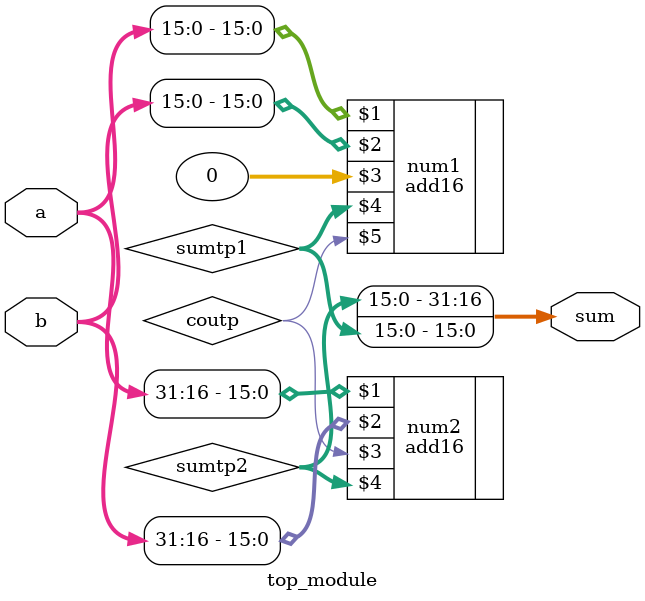
<source format=v>


module top_module (
    input [31:0] a,
    input [31:0] b,
    output [31:0] sum
);

    wire coutp;
    wire [15:0]sumtp1;
    wire [15:0]sumtp2;
// add16 a,b,cin.sum,cout
    add16 num1(a[15:0],b[15:0],0,sumtp1,coutp);
    add16 num2(a[31:16],b[31:16],coutp,sumtp2);
    assign sum = {sumtp2,sumtp1};

endmodule
</source>
